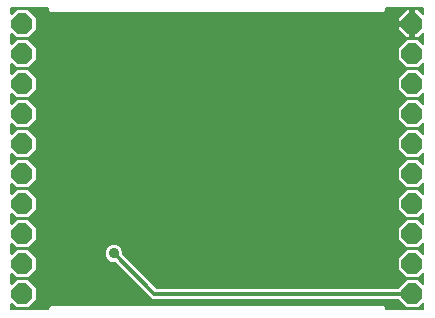
<source format=gbr>
G04 EAGLE Gerber RS-274X export*
G75*
%MOMM*%
%FSLAX34Y34*%
%LPD*%
%INBottom Copper*%
%IPPOS*%
%AMOC8*
5,1,8,0,0,1.08239X$1,22.5*%
G01*
%ADD10P,1.924489X8X22.500000*%
%ADD11P,1.924489X8X202.500000*%
%ADD12C,0.304800*%
%ADD13C,0.906400*%

G36*
X34408Y-1254D02*
X34408Y-1254D01*
X34527Y-1247D01*
X34565Y-1234D01*
X34606Y-1229D01*
X34716Y-1186D01*
X34829Y-1149D01*
X34864Y-1127D01*
X34901Y-1112D01*
X34997Y-1043D01*
X35098Y-979D01*
X35126Y-949D01*
X35159Y-926D01*
X35235Y-834D01*
X35316Y-747D01*
X35336Y-712D01*
X35361Y-681D01*
X35412Y-573D01*
X35470Y-469D01*
X35480Y-429D01*
X35497Y-393D01*
X35519Y-276D01*
X35549Y-161D01*
X35553Y-101D01*
X35557Y-81D01*
X35555Y-60D01*
X35559Y0D01*
X35559Y1052D01*
X37048Y2541D01*
X318552Y2541D01*
X320041Y1052D01*
X320041Y0D01*
X320056Y-118D01*
X320063Y-237D01*
X320076Y-275D01*
X320081Y-316D01*
X320124Y-426D01*
X320161Y-539D01*
X320183Y-574D01*
X320198Y-611D01*
X320267Y-707D01*
X320331Y-808D01*
X320361Y-836D01*
X320384Y-869D01*
X320476Y-945D01*
X320563Y-1026D01*
X320598Y-1046D01*
X320629Y-1071D01*
X320737Y-1122D01*
X320841Y-1180D01*
X320881Y-1190D01*
X320917Y-1207D01*
X321034Y-1229D01*
X321149Y-1259D01*
X321209Y-1263D01*
X321229Y-1267D01*
X321250Y-1265D01*
X321310Y-1269D01*
X351790Y-1269D01*
X351908Y-1254D01*
X352027Y-1247D01*
X352065Y-1234D01*
X352106Y-1229D01*
X352216Y-1186D01*
X352329Y-1149D01*
X352364Y-1127D01*
X352401Y-1112D01*
X352497Y-1043D01*
X352598Y-979D01*
X352626Y-949D01*
X352659Y-926D01*
X352735Y-834D01*
X352816Y-747D01*
X352836Y-712D01*
X352861Y-681D01*
X352912Y-573D01*
X352970Y-469D01*
X352980Y-429D01*
X352997Y-393D01*
X353019Y-276D01*
X353049Y-161D01*
X353053Y-101D01*
X353057Y-81D01*
X353055Y-60D01*
X353059Y0D01*
X353059Y3630D01*
X353042Y3767D01*
X353029Y3906D01*
X353022Y3925D01*
X353019Y3945D01*
X352968Y4074D01*
X352921Y4205D01*
X352910Y4222D01*
X352902Y4241D01*
X352821Y4353D01*
X352743Y4468D01*
X352727Y4482D01*
X352716Y4498D01*
X352608Y4587D01*
X352504Y4679D01*
X352486Y4688D01*
X352471Y4701D01*
X352345Y4760D01*
X352221Y4823D01*
X352201Y4828D01*
X352183Y4836D01*
X352047Y4863D01*
X351911Y4893D01*
X351890Y4892D01*
X351871Y4896D01*
X351732Y4888D01*
X351593Y4883D01*
X351573Y4878D01*
X351553Y4877D01*
X351421Y4834D01*
X351287Y4795D01*
X351270Y4785D01*
X351251Y4778D01*
X351133Y4704D01*
X351013Y4633D01*
X350992Y4615D01*
X350982Y4608D01*
X350968Y4593D01*
X350893Y4527D01*
X347635Y1269D01*
X338165Y1269D01*
X331171Y8264D01*
X331093Y8324D01*
X331021Y8392D01*
X330968Y8421D01*
X330920Y8458D01*
X330829Y8498D01*
X330742Y8546D01*
X330684Y8561D01*
X330628Y8585D01*
X330530Y8600D01*
X330434Y8625D01*
X330334Y8631D01*
X330314Y8635D01*
X330302Y8633D01*
X330274Y8635D01*
X122776Y8635D01*
X120024Y11388D01*
X91866Y39546D01*
X91788Y39606D01*
X91716Y39674D01*
X91663Y39703D01*
X91615Y39740D01*
X91524Y39780D01*
X91437Y39828D01*
X91379Y39843D01*
X91323Y39867D01*
X91225Y39882D01*
X91129Y39907D01*
X91029Y39913D01*
X91009Y39917D01*
X90997Y39915D01*
X90969Y39917D01*
X88763Y39917D01*
X86164Y40994D01*
X84174Y42984D01*
X83097Y45583D01*
X83097Y48397D01*
X84174Y50996D01*
X86164Y52986D01*
X88763Y54063D01*
X91577Y54063D01*
X94176Y52986D01*
X96166Y50996D01*
X97243Y48397D01*
X97243Y46191D01*
X97255Y46093D01*
X97258Y45994D01*
X97275Y45936D01*
X97283Y45876D01*
X97319Y45784D01*
X97347Y45689D01*
X97377Y45636D01*
X97400Y45580D01*
X97458Y45500D01*
X97508Y45415D01*
X97574Y45339D01*
X97586Y45323D01*
X97596Y45315D01*
X97614Y45294D01*
X125772Y17136D01*
X125850Y17076D01*
X125922Y17008D01*
X125975Y16979D01*
X126023Y16942D01*
X126114Y16902D01*
X126201Y16854D01*
X126259Y16839D01*
X126315Y16815D01*
X126413Y16800D01*
X126509Y16775D01*
X126609Y16769D01*
X126629Y16765D01*
X126641Y16767D01*
X126669Y16765D01*
X330274Y16765D01*
X330372Y16777D01*
X330471Y16780D01*
X330529Y16797D01*
X330589Y16805D01*
X330681Y16841D01*
X330776Y16869D01*
X330828Y16899D01*
X330885Y16922D01*
X330965Y16980D01*
X331050Y17030D01*
X331126Y17096D01*
X331142Y17108D01*
X331150Y17118D01*
X331171Y17136D01*
X338165Y24131D01*
X347635Y24131D01*
X350893Y20873D01*
X351002Y20788D01*
X351109Y20699D01*
X351128Y20690D01*
X351144Y20678D01*
X351272Y20623D01*
X351397Y20564D01*
X351417Y20560D01*
X351436Y20552D01*
X351574Y20530D01*
X351710Y20504D01*
X351730Y20505D01*
X351750Y20502D01*
X351889Y20515D01*
X352027Y20523D01*
X352046Y20530D01*
X352066Y20532D01*
X352198Y20579D01*
X352329Y20622D01*
X352347Y20632D01*
X352366Y20639D01*
X352481Y20717D01*
X352598Y20792D01*
X352612Y20806D01*
X352629Y20818D01*
X352721Y20922D01*
X352816Y21023D01*
X352826Y21041D01*
X352839Y21056D01*
X352903Y21180D01*
X352970Y21302D01*
X352975Y21321D01*
X352984Y21339D01*
X353014Y21475D01*
X353049Y21610D01*
X353051Y21638D01*
X353054Y21650D01*
X353053Y21670D01*
X353059Y21770D01*
X353059Y29030D01*
X353042Y29167D01*
X353029Y29306D01*
X353022Y29325D01*
X353019Y29345D01*
X352968Y29474D01*
X352921Y29605D01*
X352910Y29622D01*
X352902Y29641D01*
X352821Y29753D01*
X352743Y29868D01*
X352727Y29882D01*
X352716Y29898D01*
X352608Y29987D01*
X352504Y30079D01*
X352486Y30088D01*
X352471Y30101D01*
X352345Y30160D01*
X352221Y30223D01*
X352201Y30228D01*
X352183Y30236D01*
X352047Y30263D01*
X351911Y30293D01*
X351890Y30292D01*
X351871Y30296D01*
X351732Y30288D01*
X351593Y30283D01*
X351573Y30278D01*
X351553Y30277D01*
X351421Y30234D01*
X351287Y30195D01*
X351270Y30185D01*
X351251Y30178D01*
X351133Y30104D01*
X351013Y30033D01*
X350992Y30015D01*
X350982Y30008D01*
X350968Y29993D01*
X350893Y29927D01*
X347635Y26669D01*
X338165Y26669D01*
X331469Y33365D01*
X331469Y42835D01*
X338165Y49531D01*
X347635Y49531D01*
X350893Y46273D01*
X351002Y46188D01*
X351109Y46099D01*
X351128Y46090D01*
X351144Y46078D01*
X351272Y46023D01*
X351397Y45964D01*
X351417Y45960D01*
X351436Y45952D01*
X351574Y45930D01*
X351710Y45904D01*
X351730Y45905D01*
X351750Y45902D01*
X351889Y45915D01*
X352027Y45923D01*
X352046Y45930D01*
X352066Y45932D01*
X352198Y45979D01*
X352329Y46022D01*
X352347Y46032D01*
X352366Y46039D01*
X352481Y46117D01*
X352598Y46192D01*
X352612Y46206D01*
X352629Y46218D01*
X352721Y46322D01*
X352816Y46423D01*
X352826Y46441D01*
X352839Y46456D01*
X352903Y46580D01*
X352970Y46702D01*
X352975Y46721D01*
X352984Y46739D01*
X353014Y46875D01*
X353049Y47010D01*
X353051Y47038D01*
X353054Y47050D01*
X353053Y47070D01*
X353059Y47170D01*
X353059Y54430D01*
X353042Y54567D01*
X353029Y54706D01*
X353022Y54725D01*
X353019Y54745D01*
X352968Y54874D01*
X352921Y55005D01*
X352910Y55022D01*
X352902Y55041D01*
X352821Y55153D01*
X352743Y55268D01*
X352727Y55282D01*
X352716Y55298D01*
X352608Y55387D01*
X352504Y55479D01*
X352486Y55488D01*
X352471Y55501D01*
X352345Y55560D01*
X352221Y55623D01*
X352201Y55628D01*
X352183Y55636D01*
X352047Y55663D01*
X351911Y55693D01*
X351890Y55692D01*
X351871Y55696D01*
X351732Y55688D01*
X351593Y55683D01*
X351573Y55678D01*
X351553Y55677D01*
X351421Y55634D01*
X351287Y55595D01*
X351270Y55585D01*
X351251Y55578D01*
X351133Y55504D01*
X351013Y55433D01*
X350992Y55415D01*
X350982Y55408D01*
X350968Y55393D01*
X350893Y55327D01*
X347635Y52069D01*
X338165Y52069D01*
X331469Y58765D01*
X331469Y68235D01*
X338165Y74931D01*
X347635Y74931D01*
X350893Y71673D01*
X351002Y71588D01*
X351109Y71499D01*
X351128Y71490D01*
X351144Y71478D01*
X351272Y71423D01*
X351397Y71364D01*
X351417Y71360D01*
X351436Y71352D01*
X351574Y71330D01*
X351710Y71304D01*
X351730Y71305D01*
X351750Y71302D01*
X351889Y71315D01*
X352027Y71323D01*
X352046Y71330D01*
X352066Y71332D01*
X352198Y71379D01*
X352329Y71422D01*
X352347Y71432D01*
X352366Y71439D01*
X352481Y71517D01*
X352598Y71592D01*
X352612Y71606D01*
X352629Y71618D01*
X352721Y71722D01*
X352816Y71823D01*
X352826Y71841D01*
X352839Y71856D01*
X352903Y71980D01*
X352970Y72102D01*
X352975Y72121D01*
X352984Y72139D01*
X353014Y72275D01*
X353049Y72410D01*
X353051Y72438D01*
X353054Y72450D01*
X353053Y72470D01*
X353059Y72570D01*
X353059Y79830D01*
X353042Y79967D01*
X353029Y80106D01*
X353022Y80125D01*
X353019Y80145D01*
X352968Y80274D01*
X352921Y80405D01*
X352910Y80422D01*
X352902Y80441D01*
X352821Y80553D01*
X352743Y80668D01*
X352727Y80682D01*
X352716Y80698D01*
X352608Y80787D01*
X352504Y80879D01*
X352486Y80888D01*
X352471Y80901D01*
X352345Y80960D01*
X352221Y81023D01*
X352201Y81028D01*
X352183Y81036D01*
X352047Y81063D01*
X351911Y81093D01*
X351890Y81092D01*
X351871Y81096D01*
X351732Y81088D01*
X351593Y81083D01*
X351573Y81078D01*
X351553Y81077D01*
X351421Y81034D01*
X351287Y80995D01*
X351270Y80985D01*
X351251Y80978D01*
X351133Y80904D01*
X351013Y80833D01*
X350992Y80815D01*
X350982Y80808D01*
X350968Y80793D01*
X350893Y80727D01*
X347635Y77469D01*
X338165Y77469D01*
X331469Y84165D01*
X331469Y93635D01*
X338165Y100331D01*
X347635Y100331D01*
X350893Y97073D01*
X351002Y96988D01*
X351109Y96899D01*
X351128Y96890D01*
X351144Y96878D01*
X351272Y96823D01*
X351397Y96764D01*
X351417Y96760D01*
X351436Y96752D01*
X351574Y96730D01*
X351710Y96704D01*
X351730Y96705D01*
X351750Y96702D01*
X351889Y96715D01*
X352027Y96723D01*
X352046Y96730D01*
X352066Y96732D01*
X352198Y96779D01*
X352329Y96822D01*
X352347Y96832D01*
X352366Y96839D01*
X352481Y96917D01*
X352598Y96992D01*
X352612Y97006D01*
X352629Y97018D01*
X352721Y97122D01*
X352816Y97223D01*
X352826Y97241D01*
X352839Y97256D01*
X352903Y97380D01*
X352970Y97502D01*
X352975Y97521D01*
X352984Y97539D01*
X353014Y97675D01*
X353049Y97810D01*
X353051Y97838D01*
X353054Y97850D01*
X353053Y97870D01*
X353059Y97970D01*
X353059Y105230D01*
X353042Y105367D01*
X353029Y105506D01*
X353022Y105525D01*
X353019Y105545D01*
X352968Y105674D01*
X352921Y105805D01*
X352910Y105822D01*
X352902Y105841D01*
X352821Y105953D01*
X352743Y106068D01*
X352727Y106082D01*
X352716Y106098D01*
X352608Y106187D01*
X352504Y106279D01*
X352486Y106288D01*
X352471Y106301D01*
X352345Y106360D01*
X352221Y106423D01*
X352201Y106428D01*
X352183Y106436D01*
X352047Y106463D01*
X351911Y106493D01*
X351890Y106492D01*
X351871Y106496D01*
X351732Y106488D01*
X351593Y106483D01*
X351573Y106478D01*
X351553Y106477D01*
X351421Y106434D01*
X351287Y106395D01*
X351270Y106385D01*
X351251Y106378D01*
X351133Y106304D01*
X351013Y106233D01*
X350992Y106215D01*
X350982Y106208D01*
X350968Y106193D01*
X350893Y106127D01*
X347635Y102869D01*
X338165Y102869D01*
X331469Y109565D01*
X331469Y119035D01*
X338165Y125731D01*
X347635Y125731D01*
X350893Y122473D01*
X351002Y122388D01*
X351109Y122299D01*
X351128Y122290D01*
X351144Y122278D01*
X351272Y122223D01*
X351397Y122164D01*
X351417Y122160D01*
X351436Y122152D01*
X351574Y122130D01*
X351710Y122104D01*
X351730Y122105D01*
X351750Y122102D01*
X351889Y122115D01*
X352027Y122123D01*
X352046Y122130D01*
X352066Y122132D01*
X352198Y122179D01*
X352329Y122222D01*
X352347Y122232D01*
X352366Y122239D01*
X352481Y122317D01*
X352598Y122392D01*
X352612Y122406D01*
X352629Y122418D01*
X352721Y122522D01*
X352816Y122623D01*
X352826Y122641D01*
X352839Y122656D01*
X352903Y122780D01*
X352970Y122902D01*
X352975Y122921D01*
X352984Y122939D01*
X353014Y123075D01*
X353049Y123210D01*
X353051Y123238D01*
X353054Y123250D01*
X353053Y123270D01*
X353059Y123370D01*
X353059Y130630D01*
X353042Y130767D01*
X353029Y130906D01*
X353022Y130925D01*
X353019Y130945D01*
X352968Y131074D01*
X352921Y131205D01*
X352910Y131222D01*
X352902Y131241D01*
X352821Y131353D01*
X352743Y131468D01*
X352727Y131482D01*
X352716Y131498D01*
X352608Y131587D01*
X352504Y131679D01*
X352486Y131688D01*
X352471Y131701D01*
X352345Y131760D01*
X352221Y131823D01*
X352201Y131828D01*
X352183Y131836D01*
X352047Y131863D01*
X351911Y131893D01*
X351890Y131892D01*
X351871Y131896D01*
X351732Y131888D01*
X351593Y131883D01*
X351573Y131878D01*
X351553Y131877D01*
X351421Y131834D01*
X351287Y131795D01*
X351270Y131785D01*
X351251Y131778D01*
X351133Y131704D01*
X351013Y131633D01*
X350992Y131615D01*
X350982Y131608D01*
X350968Y131593D01*
X350893Y131527D01*
X347635Y128269D01*
X338165Y128269D01*
X331469Y134965D01*
X331469Y144435D01*
X338165Y151131D01*
X347635Y151131D01*
X350893Y147873D01*
X351002Y147788D01*
X351109Y147699D01*
X351128Y147690D01*
X351144Y147678D01*
X351272Y147623D01*
X351397Y147564D01*
X351417Y147560D01*
X351436Y147552D01*
X351574Y147530D01*
X351710Y147504D01*
X351730Y147505D01*
X351750Y147502D01*
X351889Y147515D01*
X352027Y147523D01*
X352046Y147530D01*
X352066Y147532D01*
X352198Y147579D01*
X352329Y147622D01*
X352347Y147632D01*
X352366Y147639D01*
X352481Y147717D01*
X352598Y147792D01*
X352612Y147806D01*
X352629Y147818D01*
X352721Y147922D01*
X352816Y148023D01*
X352826Y148041D01*
X352839Y148056D01*
X352903Y148180D01*
X352970Y148302D01*
X352975Y148321D01*
X352984Y148339D01*
X353014Y148475D01*
X353049Y148610D01*
X353051Y148638D01*
X353054Y148650D01*
X353053Y148670D01*
X353059Y148770D01*
X353059Y156030D01*
X353042Y156167D01*
X353029Y156306D01*
X353022Y156325D01*
X353019Y156345D01*
X352968Y156474D01*
X352921Y156605D01*
X352910Y156622D01*
X352902Y156641D01*
X352821Y156753D01*
X352743Y156868D01*
X352727Y156882D01*
X352716Y156898D01*
X352608Y156987D01*
X352504Y157079D01*
X352486Y157088D01*
X352471Y157101D01*
X352345Y157160D01*
X352221Y157223D01*
X352201Y157228D01*
X352183Y157236D01*
X352047Y157263D01*
X351911Y157293D01*
X351890Y157292D01*
X351871Y157296D01*
X351732Y157288D01*
X351593Y157283D01*
X351573Y157278D01*
X351553Y157277D01*
X351421Y157234D01*
X351287Y157195D01*
X351270Y157185D01*
X351251Y157178D01*
X351133Y157104D01*
X351013Y157033D01*
X350992Y157015D01*
X350982Y157008D01*
X350968Y156993D01*
X350893Y156927D01*
X347635Y153669D01*
X338165Y153669D01*
X331469Y160365D01*
X331469Y169835D01*
X338165Y176531D01*
X347635Y176531D01*
X350893Y173273D01*
X351002Y173188D01*
X351109Y173099D01*
X351128Y173090D01*
X351144Y173078D01*
X351272Y173023D01*
X351397Y172964D01*
X351417Y172960D01*
X351436Y172952D01*
X351574Y172930D01*
X351710Y172904D01*
X351730Y172905D01*
X351750Y172902D01*
X351889Y172915D01*
X352027Y172923D01*
X352046Y172930D01*
X352066Y172932D01*
X352198Y172979D01*
X352329Y173022D01*
X352347Y173032D01*
X352366Y173039D01*
X352481Y173117D01*
X352598Y173192D01*
X352612Y173206D01*
X352629Y173218D01*
X352721Y173322D01*
X352816Y173423D01*
X352826Y173441D01*
X352839Y173456D01*
X352903Y173580D01*
X352970Y173702D01*
X352975Y173721D01*
X352984Y173739D01*
X353014Y173875D01*
X353049Y174010D01*
X353051Y174038D01*
X353054Y174050D01*
X353053Y174070D01*
X353059Y174170D01*
X353059Y181430D01*
X353042Y181567D01*
X353029Y181706D01*
X353022Y181725D01*
X353019Y181745D01*
X352968Y181874D01*
X352921Y182005D01*
X352910Y182022D01*
X352902Y182041D01*
X352821Y182153D01*
X352743Y182268D01*
X352727Y182282D01*
X352716Y182298D01*
X352608Y182387D01*
X352504Y182479D01*
X352486Y182488D01*
X352471Y182501D01*
X352345Y182560D01*
X352221Y182623D01*
X352201Y182628D01*
X352183Y182636D01*
X352047Y182663D01*
X351911Y182693D01*
X351890Y182692D01*
X351871Y182696D01*
X351732Y182688D01*
X351593Y182683D01*
X351573Y182678D01*
X351553Y182677D01*
X351421Y182634D01*
X351287Y182595D01*
X351270Y182585D01*
X351251Y182578D01*
X351133Y182504D01*
X351013Y182433D01*
X350992Y182415D01*
X350982Y182408D01*
X350968Y182393D01*
X350893Y182327D01*
X347635Y179069D01*
X338165Y179069D01*
X331469Y185765D01*
X331469Y195235D01*
X338165Y201931D01*
X347635Y201931D01*
X350893Y198673D01*
X351002Y198588D01*
X351109Y198499D01*
X351128Y198490D01*
X351144Y198478D01*
X351272Y198423D01*
X351397Y198364D01*
X351417Y198360D01*
X351436Y198352D01*
X351574Y198330D01*
X351710Y198304D01*
X351730Y198305D01*
X351750Y198302D01*
X351889Y198315D01*
X352027Y198323D01*
X352046Y198330D01*
X352066Y198332D01*
X352198Y198379D01*
X352329Y198422D01*
X352347Y198432D01*
X352366Y198439D01*
X352481Y198517D01*
X352598Y198592D01*
X352612Y198606D01*
X352629Y198618D01*
X352721Y198722D01*
X352816Y198823D01*
X352826Y198841D01*
X352839Y198856D01*
X352903Y198980D01*
X352970Y199102D01*
X352975Y199121D01*
X352984Y199139D01*
X353014Y199275D01*
X353049Y199410D01*
X353051Y199438D01*
X353054Y199450D01*
X353053Y199470D01*
X353059Y199570D01*
X353059Y206830D01*
X353042Y206967D01*
X353029Y207106D01*
X353022Y207125D01*
X353019Y207145D01*
X352968Y207274D01*
X352921Y207405D01*
X352910Y207422D01*
X352902Y207441D01*
X352821Y207553D01*
X352743Y207668D01*
X352727Y207682D01*
X352716Y207698D01*
X352608Y207787D01*
X352504Y207879D01*
X352486Y207888D01*
X352471Y207901D01*
X352345Y207960D01*
X352221Y208023D01*
X352201Y208028D01*
X352183Y208036D01*
X352047Y208063D01*
X351911Y208093D01*
X351890Y208092D01*
X351871Y208096D01*
X351732Y208088D01*
X351593Y208083D01*
X351573Y208078D01*
X351553Y208077D01*
X351421Y208034D01*
X351287Y207995D01*
X351270Y207985D01*
X351251Y207978D01*
X351133Y207904D01*
X351013Y207833D01*
X350992Y207815D01*
X350982Y207808D01*
X350968Y207793D01*
X350893Y207727D01*
X347635Y204469D01*
X338165Y204469D01*
X331469Y211165D01*
X331469Y220635D01*
X338165Y227331D01*
X347635Y227331D01*
X350893Y224073D01*
X351002Y223988D01*
X351109Y223899D01*
X351128Y223890D01*
X351144Y223878D01*
X351272Y223823D01*
X351397Y223764D01*
X351417Y223760D01*
X351436Y223752D01*
X351574Y223730D01*
X351710Y223704D01*
X351730Y223705D01*
X351750Y223702D01*
X351889Y223715D01*
X352027Y223723D01*
X352046Y223730D01*
X352066Y223732D01*
X352198Y223779D01*
X352329Y223822D01*
X352347Y223832D01*
X352366Y223839D01*
X352481Y223917D01*
X352598Y223992D01*
X352612Y224006D01*
X352629Y224018D01*
X352721Y224122D01*
X352816Y224223D01*
X352826Y224241D01*
X352839Y224256D01*
X352903Y224380D01*
X352970Y224502D01*
X352975Y224521D01*
X352984Y224539D01*
X353014Y224675D01*
X353049Y224810D01*
X353051Y224838D01*
X353054Y224850D01*
X353053Y224870D01*
X353059Y224970D01*
X353059Y232230D01*
X353042Y232367D01*
X353029Y232506D01*
X353022Y232525D01*
X353019Y232545D01*
X352968Y232674D01*
X352921Y232805D01*
X352910Y232822D01*
X352902Y232841D01*
X352821Y232953D01*
X352743Y233068D01*
X352727Y233082D01*
X352716Y233098D01*
X352608Y233187D01*
X352504Y233279D01*
X352486Y233288D01*
X352471Y233301D01*
X352345Y233360D01*
X352221Y233423D01*
X352201Y233428D01*
X352183Y233436D01*
X352047Y233463D01*
X351911Y233493D01*
X351890Y233492D01*
X351871Y233496D01*
X351732Y233488D01*
X351593Y233483D01*
X351573Y233478D01*
X351553Y233477D01*
X351421Y233434D01*
X351287Y233395D01*
X351270Y233385D01*
X351251Y233378D01*
X351133Y233304D01*
X351013Y233233D01*
X350992Y233215D01*
X350982Y233208D01*
X350968Y233193D01*
X350893Y233127D01*
X347635Y229869D01*
X345439Y229869D01*
X345439Y240030D01*
X345424Y240148D01*
X345417Y240267D01*
X345404Y240305D01*
X345399Y240345D01*
X345356Y240456D01*
X345319Y240569D01*
X345297Y240603D01*
X345282Y240641D01*
X345212Y240737D01*
X345149Y240838D01*
X345119Y240866D01*
X345095Y240898D01*
X345004Y240974D01*
X344917Y241056D01*
X344882Y241075D01*
X344851Y241101D01*
X344743Y241152D01*
X344639Y241209D01*
X344599Y241220D01*
X344563Y241237D01*
X344446Y241259D01*
X344331Y241289D01*
X344270Y241293D01*
X344250Y241297D01*
X344230Y241295D01*
X344170Y241299D01*
X342899Y241299D01*
X342899Y241301D01*
X344170Y241301D01*
X344288Y241316D01*
X344407Y241323D01*
X344445Y241336D01*
X344485Y241341D01*
X344596Y241385D01*
X344709Y241421D01*
X344744Y241443D01*
X344781Y241458D01*
X344877Y241528D01*
X344978Y241591D01*
X345006Y241621D01*
X345039Y241645D01*
X345114Y241736D01*
X345196Y241823D01*
X345216Y241858D01*
X345241Y241890D01*
X345292Y241997D01*
X345350Y242102D01*
X345360Y242141D01*
X345377Y242177D01*
X345399Y242294D01*
X345429Y242409D01*
X345433Y242470D01*
X345437Y242490D01*
X345435Y242510D01*
X345439Y242570D01*
X345439Y252731D01*
X347635Y252731D01*
X350893Y249473D01*
X351002Y249388D01*
X351109Y249299D01*
X351128Y249290D01*
X351144Y249278D01*
X351272Y249223D01*
X351397Y249164D01*
X351417Y249160D01*
X351436Y249152D01*
X351574Y249130D01*
X351710Y249104D01*
X351730Y249105D01*
X351750Y249102D01*
X351889Y249115D01*
X352027Y249123D01*
X352046Y249130D01*
X352066Y249132D01*
X352198Y249179D01*
X352329Y249222D01*
X352347Y249232D01*
X352366Y249239D01*
X352481Y249317D01*
X352598Y249392D01*
X352612Y249406D01*
X352629Y249418D01*
X352721Y249522D01*
X352816Y249623D01*
X352826Y249641D01*
X352839Y249656D01*
X352903Y249780D01*
X352970Y249902D01*
X352975Y249921D01*
X352984Y249939D01*
X353014Y250075D01*
X353049Y250210D01*
X353051Y250238D01*
X353054Y250250D01*
X353053Y250270D01*
X353059Y250370D01*
X353059Y254000D01*
X353044Y254118D01*
X353037Y254237D01*
X353024Y254275D01*
X353019Y254316D01*
X352976Y254426D01*
X352939Y254539D01*
X352917Y254574D01*
X352902Y254611D01*
X352833Y254707D01*
X352769Y254808D01*
X352739Y254836D01*
X352716Y254869D01*
X352624Y254945D01*
X352537Y255026D01*
X352502Y255046D01*
X352471Y255071D01*
X352363Y255122D01*
X352259Y255180D01*
X352219Y255190D01*
X352183Y255207D01*
X352066Y255229D01*
X351951Y255259D01*
X351891Y255263D01*
X351871Y255267D01*
X351850Y255265D01*
X351790Y255269D01*
X321310Y255269D01*
X321192Y255254D01*
X321073Y255247D01*
X321035Y255234D01*
X320994Y255229D01*
X320884Y255186D01*
X320771Y255149D01*
X320736Y255127D01*
X320699Y255112D01*
X320603Y255043D01*
X320502Y254979D01*
X320474Y254949D01*
X320441Y254926D01*
X320365Y254834D01*
X320284Y254747D01*
X320264Y254712D01*
X320239Y254681D01*
X320188Y254573D01*
X320130Y254469D01*
X320120Y254429D01*
X320103Y254393D01*
X320081Y254276D01*
X320051Y254161D01*
X320047Y254101D01*
X320043Y254081D01*
X320045Y254060D01*
X320041Y254000D01*
X320041Y252948D01*
X318552Y251459D01*
X37048Y251459D01*
X35559Y252948D01*
X35559Y254000D01*
X35544Y254118D01*
X35537Y254237D01*
X35524Y254275D01*
X35519Y254316D01*
X35476Y254426D01*
X35439Y254539D01*
X35417Y254574D01*
X35402Y254611D01*
X35333Y254707D01*
X35269Y254808D01*
X35239Y254836D01*
X35216Y254869D01*
X35124Y254945D01*
X35037Y255026D01*
X35002Y255046D01*
X34971Y255071D01*
X34863Y255122D01*
X34759Y255180D01*
X34719Y255190D01*
X34683Y255207D01*
X34566Y255229D01*
X34451Y255259D01*
X34391Y255263D01*
X34371Y255267D01*
X34350Y255265D01*
X34290Y255269D01*
X3810Y255269D01*
X3692Y255254D01*
X3573Y255247D01*
X3535Y255234D01*
X3494Y255229D01*
X3384Y255186D01*
X3271Y255149D01*
X3236Y255127D01*
X3199Y255112D01*
X3103Y255043D01*
X3002Y254979D01*
X2974Y254949D01*
X2941Y254926D01*
X2865Y254834D01*
X2784Y254747D01*
X2764Y254712D01*
X2739Y254681D01*
X2688Y254573D01*
X2630Y254469D01*
X2620Y254429D01*
X2603Y254393D01*
X2581Y254276D01*
X2551Y254161D01*
X2547Y254101D01*
X2543Y254081D01*
X2545Y254060D01*
X2541Y254000D01*
X2541Y250370D01*
X2558Y250233D01*
X2571Y250094D01*
X2578Y250075D01*
X2581Y250055D01*
X2632Y249926D01*
X2679Y249795D01*
X2690Y249778D01*
X2698Y249759D01*
X2779Y249647D01*
X2857Y249532D01*
X2873Y249518D01*
X2884Y249502D01*
X2992Y249413D01*
X3096Y249321D01*
X3114Y249312D01*
X3129Y249299D01*
X3255Y249240D01*
X3379Y249177D01*
X3399Y249172D01*
X3417Y249164D01*
X3553Y249137D01*
X3689Y249107D01*
X3710Y249108D01*
X3729Y249104D01*
X3868Y249112D01*
X4007Y249117D01*
X4027Y249122D01*
X4047Y249123D01*
X4179Y249166D01*
X4313Y249205D01*
X4330Y249215D01*
X4349Y249222D01*
X4467Y249296D01*
X4587Y249367D01*
X4608Y249385D01*
X4618Y249392D01*
X4632Y249407D01*
X4707Y249473D01*
X7965Y252731D01*
X17435Y252731D01*
X24131Y246035D01*
X24131Y236565D01*
X17435Y229869D01*
X7965Y229869D01*
X4707Y233127D01*
X4598Y233212D01*
X4491Y233301D01*
X4472Y233310D01*
X4456Y233322D01*
X4328Y233377D01*
X4203Y233436D01*
X4183Y233440D01*
X4164Y233448D01*
X4026Y233470D01*
X3890Y233496D01*
X3870Y233495D01*
X3850Y233498D01*
X3711Y233485D01*
X3573Y233477D01*
X3554Y233470D01*
X3534Y233468D01*
X3402Y233421D01*
X3271Y233378D01*
X3253Y233368D01*
X3234Y233361D01*
X3119Y233283D01*
X3002Y233208D01*
X2988Y233194D01*
X2971Y233182D01*
X2879Y233078D01*
X2784Y232977D01*
X2774Y232959D01*
X2761Y232944D01*
X2697Y232820D01*
X2630Y232698D01*
X2625Y232679D01*
X2616Y232661D01*
X2586Y232525D01*
X2551Y232390D01*
X2549Y232362D01*
X2546Y232350D01*
X2547Y232330D01*
X2541Y232230D01*
X2541Y224970D01*
X2558Y224833D01*
X2571Y224694D01*
X2578Y224675D01*
X2581Y224655D01*
X2632Y224526D01*
X2679Y224395D01*
X2690Y224378D01*
X2698Y224359D01*
X2779Y224247D01*
X2857Y224132D01*
X2873Y224118D01*
X2884Y224102D01*
X2992Y224013D01*
X3096Y223921D01*
X3114Y223912D01*
X3129Y223899D01*
X3255Y223840D01*
X3379Y223777D01*
X3399Y223772D01*
X3417Y223764D01*
X3553Y223737D01*
X3689Y223707D01*
X3710Y223708D01*
X3729Y223704D01*
X3868Y223712D01*
X4007Y223717D01*
X4027Y223722D01*
X4047Y223723D01*
X4179Y223766D01*
X4313Y223805D01*
X4330Y223815D01*
X4349Y223822D01*
X4467Y223896D01*
X4587Y223967D01*
X4608Y223985D01*
X4618Y223992D01*
X4632Y224007D01*
X4707Y224073D01*
X7965Y227331D01*
X17435Y227331D01*
X24131Y220635D01*
X24131Y211165D01*
X17435Y204469D01*
X7965Y204469D01*
X4707Y207727D01*
X4598Y207812D01*
X4491Y207901D01*
X4472Y207910D01*
X4456Y207922D01*
X4328Y207977D01*
X4203Y208036D01*
X4183Y208040D01*
X4164Y208048D01*
X4026Y208070D01*
X3890Y208096D01*
X3870Y208095D01*
X3850Y208098D01*
X3711Y208085D01*
X3573Y208077D01*
X3554Y208070D01*
X3534Y208068D01*
X3402Y208021D01*
X3271Y207978D01*
X3253Y207968D01*
X3234Y207961D01*
X3119Y207883D01*
X3002Y207808D01*
X2988Y207794D01*
X2971Y207782D01*
X2879Y207678D01*
X2784Y207577D01*
X2774Y207559D01*
X2761Y207544D01*
X2697Y207420D01*
X2630Y207298D01*
X2625Y207279D01*
X2616Y207261D01*
X2586Y207125D01*
X2551Y206990D01*
X2549Y206962D01*
X2546Y206950D01*
X2547Y206930D01*
X2541Y206830D01*
X2541Y199570D01*
X2558Y199433D01*
X2571Y199294D01*
X2578Y199275D01*
X2581Y199255D01*
X2632Y199126D01*
X2679Y198995D01*
X2690Y198978D01*
X2698Y198959D01*
X2779Y198847D01*
X2857Y198732D01*
X2873Y198718D01*
X2884Y198702D01*
X2992Y198613D01*
X3096Y198521D01*
X3114Y198512D01*
X3129Y198499D01*
X3255Y198440D01*
X3379Y198377D01*
X3399Y198372D01*
X3417Y198364D01*
X3553Y198337D01*
X3689Y198307D01*
X3710Y198308D01*
X3729Y198304D01*
X3868Y198312D01*
X4007Y198317D01*
X4027Y198322D01*
X4047Y198323D01*
X4179Y198366D01*
X4313Y198405D01*
X4330Y198415D01*
X4349Y198422D01*
X4467Y198496D01*
X4587Y198567D01*
X4608Y198585D01*
X4618Y198592D01*
X4632Y198607D01*
X4707Y198673D01*
X7965Y201931D01*
X17435Y201931D01*
X24131Y195235D01*
X24131Y185765D01*
X17435Y179069D01*
X7965Y179069D01*
X4707Y182327D01*
X4598Y182412D01*
X4491Y182501D01*
X4472Y182510D01*
X4456Y182522D01*
X4328Y182577D01*
X4203Y182636D01*
X4183Y182640D01*
X4164Y182648D01*
X4026Y182670D01*
X3890Y182696D01*
X3870Y182695D01*
X3850Y182698D01*
X3711Y182685D01*
X3573Y182677D01*
X3554Y182670D01*
X3534Y182668D01*
X3402Y182621D01*
X3271Y182578D01*
X3253Y182568D01*
X3234Y182561D01*
X3119Y182483D01*
X3002Y182408D01*
X2988Y182394D01*
X2971Y182382D01*
X2879Y182278D01*
X2784Y182177D01*
X2774Y182159D01*
X2761Y182144D01*
X2697Y182020D01*
X2630Y181898D01*
X2625Y181879D01*
X2616Y181861D01*
X2586Y181725D01*
X2551Y181590D01*
X2549Y181562D01*
X2546Y181550D01*
X2547Y181530D01*
X2541Y181430D01*
X2541Y174170D01*
X2558Y174033D01*
X2571Y173894D01*
X2578Y173875D01*
X2581Y173855D01*
X2632Y173726D01*
X2679Y173595D01*
X2690Y173578D01*
X2698Y173559D01*
X2779Y173447D01*
X2857Y173332D01*
X2873Y173318D01*
X2884Y173302D01*
X2992Y173213D01*
X3096Y173121D01*
X3114Y173112D01*
X3129Y173099D01*
X3255Y173040D01*
X3379Y172977D01*
X3399Y172972D01*
X3417Y172964D01*
X3553Y172937D01*
X3689Y172907D01*
X3710Y172908D01*
X3729Y172904D01*
X3868Y172912D01*
X4007Y172917D01*
X4027Y172922D01*
X4047Y172923D01*
X4179Y172966D01*
X4313Y173005D01*
X4330Y173015D01*
X4349Y173022D01*
X4467Y173096D01*
X4587Y173167D01*
X4608Y173185D01*
X4618Y173192D01*
X4632Y173207D01*
X4707Y173273D01*
X7965Y176531D01*
X17435Y176531D01*
X24131Y169835D01*
X24131Y160365D01*
X17435Y153669D01*
X7965Y153669D01*
X4707Y156927D01*
X4598Y157012D01*
X4491Y157101D01*
X4472Y157110D01*
X4456Y157122D01*
X4328Y157177D01*
X4203Y157236D01*
X4183Y157240D01*
X4164Y157248D01*
X4026Y157270D01*
X3890Y157296D01*
X3870Y157295D01*
X3850Y157298D01*
X3711Y157285D01*
X3573Y157277D01*
X3554Y157270D01*
X3534Y157268D01*
X3402Y157221D01*
X3271Y157178D01*
X3253Y157168D01*
X3234Y157161D01*
X3119Y157083D01*
X3002Y157008D01*
X2988Y156994D01*
X2971Y156982D01*
X2879Y156878D01*
X2784Y156777D01*
X2774Y156759D01*
X2761Y156744D01*
X2697Y156620D01*
X2630Y156498D01*
X2625Y156479D01*
X2616Y156461D01*
X2586Y156325D01*
X2551Y156190D01*
X2549Y156162D01*
X2546Y156150D01*
X2547Y156130D01*
X2541Y156030D01*
X2541Y148770D01*
X2558Y148633D01*
X2571Y148494D01*
X2578Y148475D01*
X2581Y148455D01*
X2632Y148326D01*
X2679Y148195D01*
X2690Y148178D01*
X2698Y148159D01*
X2779Y148047D01*
X2857Y147932D01*
X2873Y147918D01*
X2884Y147902D01*
X2992Y147813D01*
X3096Y147721D01*
X3114Y147712D01*
X3129Y147699D01*
X3255Y147640D01*
X3379Y147577D01*
X3399Y147572D01*
X3417Y147564D01*
X3553Y147537D01*
X3689Y147507D01*
X3710Y147508D01*
X3729Y147504D01*
X3868Y147512D01*
X4007Y147517D01*
X4027Y147522D01*
X4047Y147523D01*
X4179Y147566D01*
X4313Y147605D01*
X4330Y147615D01*
X4349Y147622D01*
X4467Y147696D01*
X4587Y147767D01*
X4608Y147785D01*
X4618Y147792D01*
X4632Y147807D01*
X4707Y147873D01*
X7965Y151131D01*
X17435Y151131D01*
X24131Y144435D01*
X24131Y134965D01*
X17435Y128269D01*
X7965Y128269D01*
X4707Y131527D01*
X4598Y131612D01*
X4491Y131701D01*
X4472Y131710D01*
X4456Y131722D01*
X4328Y131777D01*
X4203Y131836D01*
X4183Y131840D01*
X4164Y131848D01*
X4026Y131870D01*
X3890Y131896D01*
X3870Y131895D01*
X3850Y131898D01*
X3711Y131885D01*
X3573Y131877D01*
X3554Y131870D01*
X3534Y131868D01*
X3402Y131821D01*
X3271Y131778D01*
X3253Y131768D01*
X3234Y131761D01*
X3119Y131683D01*
X3002Y131608D01*
X2988Y131594D01*
X2971Y131582D01*
X2879Y131478D01*
X2784Y131377D01*
X2774Y131359D01*
X2761Y131344D01*
X2697Y131220D01*
X2630Y131098D01*
X2625Y131079D01*
X2616Y131061D01*
X2586Y130925D01*
X2551Y130790D01*
X2549Y130762D01*
X2546Y130750D01*
X2547Y130730D01*
X2541Y130630D01*
X2541Y123370D01*
X2558Y123233D01*
X2571Y123094D01*
X2578Y123075D01*
X2581Y123055D01*
X2632Y122926D01*
X2679Y122795D01*
X2690Y122778D01*
X2698Y122759D01*
X2779Y122647D01*
X2857Y122532D01*
X2873Y122518D01*
X2884Y122502D01*
X2992Y122413D01*
X3096Y122321D01*
X3114Y122312D01*
X3129Y122299D01*
X3255Y122240D01*
X3379Y122177D01*
X3399Y122172D01*
X3417Y122164D01*
X3553Y122137D01*
X3689Y122107D01*
X3710Y122108D01*
X3729Y122104D01*
X3868Y122112D01*
X4007Y122117D01*
X4027Y122122D01*
X4047Y122123D01*
X4179Y122166D01*
X4313Y122205D01*
X4330Y122215D01*
X4349Y122222D01*
X4467Y122296D01*
X4587Y122367D01*
X4608Y122385D01*
X4618Y122392D01*
X4632Y122407D01*
X4707Y122473D01*
X7965Y125731D01*
X17435Y125731D01*
X24131Y119035D01*
X24131Y109565D01*
X17435Y102869D01*
X7965Y102869D01*
X4707Y106127D01*
X4598Y106212D01*
X4491Y106301D01*
X4472Y106310D01*
X4456Y106322D01*
X4328Y106377D01*
X4203Y106436D01*
X4183Y106440D01*
X4164Y106448D01*
X4026Y106470D01*
X3890Y106496D01*
X3870Y106495D01*
X3850Y106498D01*
X3711Y106485D01*
X3573Y106477D01*
X3554Y106470D01*
X3534Y106468D01*
X3402Y106421D01*
X3271Y106378D01*
X3253Y106368D01*
X3234Y106361D01*
X3119Y106283D01*
X3002Y106208D01*
X2988Y106194D01*
X2971Y106182D01*
X2879Y106078D01*
X2784Y105977D01*
X2774Y105959D01*
X2761Y105944D01*
X2697Y105820D01*
X2630Y105698D01*
X2625Y105679D01*
X2616Y105661D01*
X2586Y105525D01*
X2551Y105390D01*
X2549Y105362D01*
X2546Y105350D01*
X2547Y105330D01*
X2541Y105230D01*
X2541Y97970D01*
X2558Y97833D01*
X2571Y97694D01*
X2578Y97675D01*
X2581Y97655D01*
X2632Y97526D01*
X2679Y97395D01*
X2690Y97378D01*
X2698Y97359D01*
X2779Y97247D01*
X2857Y97132D01*
X2873Y97118D01*
X2884Y97102D01*
X2992Y97013D01*
X3096Y96921D01*
X3114Y96912D01*
X3129Y96899D01*
X3255Y96840D01*
X3379Y96777D01*
X3399Y96772D01*
X3417Y96764D01*
X3553Y96737D01*
X3689Y96707D01*
X3710Y96708D01*
X3729Y96704D01*
X3868Y96712D01*
X4007Y96717D01*
X4027Y96722D01*
X4047Y96723D01*
X4179Y96766D01*
X4313Y96805D01*
X4330Y96815D01*
X4349Y96822D01*
X4467Y96896D01*
X4587Y96967D01*
X4608Y96985D01*
X4618Y96992D01*
X4632Y97007D01*
X4707Y97073D01*
X7965Y100331D01*
X17435Y100331D01*
X24131Y93635D01*
X24131Y84165D01*
X17435Y77469D01*
X7965Y77469D01*
X4707Y80727D01*
X4598Y80812D01*
X4491Y80901D01*
X4472Y80910D01*
X4456Y80922D01*
X4328Y80977D01*
X4203Y81036D01*
X4183Y81040D01*
X4164Y81048D01*
X4026Y81070D01*
X3890Y81096D01*
X3870Y81095D01*
X3850Y81098D01*
X3711Y81085D01*
X3573Y81077D01*
X3554Y81070D01*
X3534Y81068D01*
X3402Y81021D01*
X3271Y80978D01*
X3253Y80968D01*
X3234Y80961D01*
X3119Y80883D01*
X3002Y80808D01*
X2988Y80794D01*
X2971Y80782D01*
X2879Y80678D01*
X2784Y80577D01*
X2774Y80559D01*
X2761Y80544D01*
X2697Y80420D01*
X2630Y80298D01*
X2625Y80279D01*
X2616Y80261D01*
X2586Y80125D01*
X2551Y79990D01*
X2549Y79962D01*
X2546Y79950D01*
X2547Y79930D01*
X2541Y79830D01*
X2541Y72570D01*
X2558Y72433D01*
X2571Y72294D01*
X2578Y72275D01*
X2581Y72255D01*
X2632Y72126D01*
X2679Y71995D01*
X2690Y71978D01*
X2698Y71959D01*
X2779Y71847D01*
X2857Y71732D01*
X2873Y71718D01*
X2884Y71702D01*
X2992Y71613D01*
X3096Y71521D01*
X3114Y71512D01*
X3129Y71499D01*
X3255Y71440D01*
X3379Y71377D01*
X3399Y71372D01*
X3417Y71364D01*
X3553Y71337D01*
X3689Y71307D01*
X3710Y71308D01*
X3729Y71304D01*
X3868Y71312D01*
X4007Y71317D01*
X4027Y71322D01*
X4047Y71323D01*
X4179Y71366D01*
X4313Y71405D01*
X4330Y71415D01*
X4349Y71422D01*
X4467Y71496D01*
X4587Y71567D01*
X4608Y71585D01*
X4618Y71592D01*
X4632Y71607D01*
X4707Y71673D01*
X7965Y74931D01*
X17435Y74931D01*
X24131Y68235D01*
X24131Y58765D01*
X17435Y52069D01*
X7965Y52069D01*
X4707Y55327D01*
X4598Y55412D01*
X4491Y55501D01*
X4472Y55510D01*
X4456Y55522D01*
X4328Y55577D01*
X4203Y55636D01*
X4183Y55640D01*
X4164Y55648D01*
X4026Y55670D01*
X3890Y55696D01*
X3870Y55695D01*
X3850Y55698D01*
X3711Y55685D01*
X3573Y55677D01*
X3554Y55670D01*
X3534Y55668D01*
X3402Y55621D01*
X3271Y55578D01*
X3253Y55568D01*
X3234Y55561D01*
X3119Y55483D01*
X3002Y55408D01*
X2988Y55394D01*
X2971Y55382D01*
X2879Y55278D01*
X2784Y55177D01*
X2774Y55159D01*
X2761Y55144D01*
X2697Y55020D01*
X2630Y54898D01*
X2625Y54879D01*
X2616Y54861D01*
X2585Y54724D01*
X2551Y54590D01*
X2549Y54562D01*
X2546Y54550D01*
X2547Y54530D01*
X2541Y54430D01*
X2541Y47170D01*
X2558Y47033D01*
X2571Y46894D01*
X2578Y46875D01*
X2581Y46855D01*
X2632Y46726D01*
X2679Y46595D01*
X2690Y46578D01*
X2698Y46559D01*
X2779Y46447D01*
X2857Y46332D01*
X2873Y46318D01*
X2884Y46302D01*
X2992Y46213D01*
X3096Y46121D01*
X3114Y46112D01*
X3129Y46099D01*
X3255Y46040D01*
X3379Y45977D01*
X3399Y45972D01*
X3417Y45964D01*
X3553Y45937D01*
X3689Y45907D01*
X3710Y45908D01*
X3729Y45904D01*
X3868Y45912D01*
X4007Y45917D01*
X4027Y45922D01*
X4047Y45923D01*
X4179Y45966D01*
X4313Y46005D01*
X4330Y46015D01*
X4349Y46022D01*
X4467Y46096D01*
X4587Y46167D01*
X4608Y46185D01*
X4618Y46192D01*
X4632Y46207D01*
X4707Y46273D01*
X7965Y49531D01*
X17435Y49531D01*
X24131Y42835D01*
X24131Y33365D01*
X17435Y26669D01*
X7965Y26669D01*
X4707Y29927D01*
X4598Y30012D01*
X4491Y30101D01*
X4472Y30110D01*
X4456Y30122D01*
X4328Y30177D01*
X4203Y30236D01*
X4183Y30240D01*
X4164Y30248D01*
X4026Y30270D01*
X3890Y30296D01*
X3870Y30295D01*
X3850Y30298D01*
X3711Y30285D01*
X3573Y30277D01*
X3554Y30270D01*
X3534Y30268D01*
X3402Y30221D01*
X3271Y30178D01*
X3253Y30168D01*
X3234Y30161D01*
X3119Y30083D01*
X3002Y30008D01*
X2988Y29994D01*
X2971Y29982D01*
X2879Y29878D01*
X2784Y29777D01*
X2774Y29759D01*
X2761Y29744D01*
X2697Y29620D01*
X2630Y29498D01*
X2625Y29479D01*
X2616Y29461D01*
X2586Y29325D01*
X2551Y29190D01*
X2549Y29162D01*
X2546Y29150D01*
X2547Y29130D01*
X2541Y29030D01*
X2541Y21770D01*
X2558Y21633D01*
X2571Y21494D01*
X2578Y21475D01*
X2581Y21455D01*
X2632Y21326D01*
X2679Y21195D01*
X2690Y21178D01*
X2698Y21159D01*
X2779Y21047D01*
X2857Y20932D01*
X2873Y20918D01*
X2884Y20902D01*
X2992Y20813D01*
X3096Y20721D01*
X3114Y20712D01*
X3129Y20699D01*
X3255Y20640D01*
X3379Y20577D01*
X3399Y20572D01*
X3417Y20564D01*
X3553Y20537D01*
X3689Y20507D01*
X3710Y20508D01*
X3729Y20504D01*
X3868Y20512D01*
X4007Y20517D01*
X4027Y20522D01*
X4047Y20523D01*
X4179Y20566D01*
X4313Y20605D01*
X4330Y20615D01*
X4349Y20622D01*
X4467Y20696D01*
X4587Y20767D01*
X4608Y20785D01*
X4618Y20792D01*
X4632Y20807D01*
X4707Y20873D01*
X7965Y24131D01*
X17435Y24131D01*
X24131Y17435D01*
X24131Y7965D01*
X17435Y1269D01*
X7965Y1269D01*
X4707Y4527D01*
X4598Y4612D01*
X4491Y4701D01*
X4472Y4710D01*
X4456Y4722D01*
X4328Y4777D01*
X4203Y4836D01*
X4183Y4840D01*
X4164Y4848D01*
X4026Y4870D01*
X3890Y4896D01*
X3870Y4895D01*
X3850Y4898D01*
X3711Y4885D01*
X3573Y4877D01*
X3554Y4870D01*
X3534Y4868D01*
X3402Y4821D01*
X3271Y4778D01*
X3253Y4768D01*
X3234Y4761D01*
X3119Y4683D01*
X3002Y4608D01*
X2988Y4594D01*
X2971Y4582D01*
X2879Y4478D01*
X2784Y4377D01*
X2774Y4359D01*
X2761Y4344D01*
X2697Y4220D01*
X2630Y4098D01*
X2625Y4079D01*
X2616Y4061D01*
X2586Y3925D01*
X2551Y3790D01*
X2549Y3762D01*
X2546Y3750D01*
X2547Y3730D01*
X2541Y3630D01*
X2541Y0D01*
X2556Y-118D01*
X2563Y-237D01*
X2576Y-275D01*
X2581Y-316D01*
X2624Y-426D01*
X2661Y-539D01*
X2683Y-574D01*
X2698Y-611D01*
X2767Y-707D01*
X2831Y-808D01*
X2861Y-836D01*
X2884Y-869D01*
X2976Y-945D01*
X3063Y-1026D01*
X3098Y-1046D01*
X3129Y-1071D01*
X3237Y-1122D01*
X3341Y-1180D01*
X3381Y-1190D01*
X3417Y-1207D01*
X3534Y-1229D01*
X3649Y-1259D01*
X3709Y-1263D01*
X3729Y-1267D01*
X3750Y-1265D01*
X3810Y-1269D01*
X34290Y-1269D01*
X34408Y-1254D01*
G37*
%LPC*%
G36*
X331469Y243839D02*
X331469Y243839D01*
X331469Y246035D01*
X338165Y252731D01*
X340361Y252731D01*
X340361Y243839D01*
X331469Y243839D01*
G37*
%LPD*%
%LPC*%
G36*
X338165Y229869D02*
X338165Y229869D01*
X331469Y236565D01*
X331469Y238761D01*
X340361Y238761D01*
X340361Y229869D01*
X338165Y229869D01*
G37*
%LPD*%
D10*
X12700Y241300D03*
X12700Y215900D03*
X12700Y190500D03*
X12700Y165100D03*
X12700Y139700D03*
X12700Y114300D03*
X12700Y88900D03*
X12700Y63500D03*
X12700Y38100D03*
X12700Y12700D03*
D11*
X342900Y12700D03*
X342900Y38100D03*
X342900Y63500D03*
X342900Y88900D03*
X342900Y114300D03*
X342900Y139700D03*
X342900Y165100D03*
X342900Y190500D03*
X342900Y215900D03*
X342900Y241300D03*
D12*
X124460Y12700D02*
X90170Y46990D01*
X124460Y12700D02*
X342900Y12700D01*
D13*
X90170Y46990D03*
X165100Y156210D03*
X190500Y156210D03*
X215900Y156210D03*
X231140Y60960D03*
X115570Y146050D03*
X281940Y62230D03*
M02*

</source>
